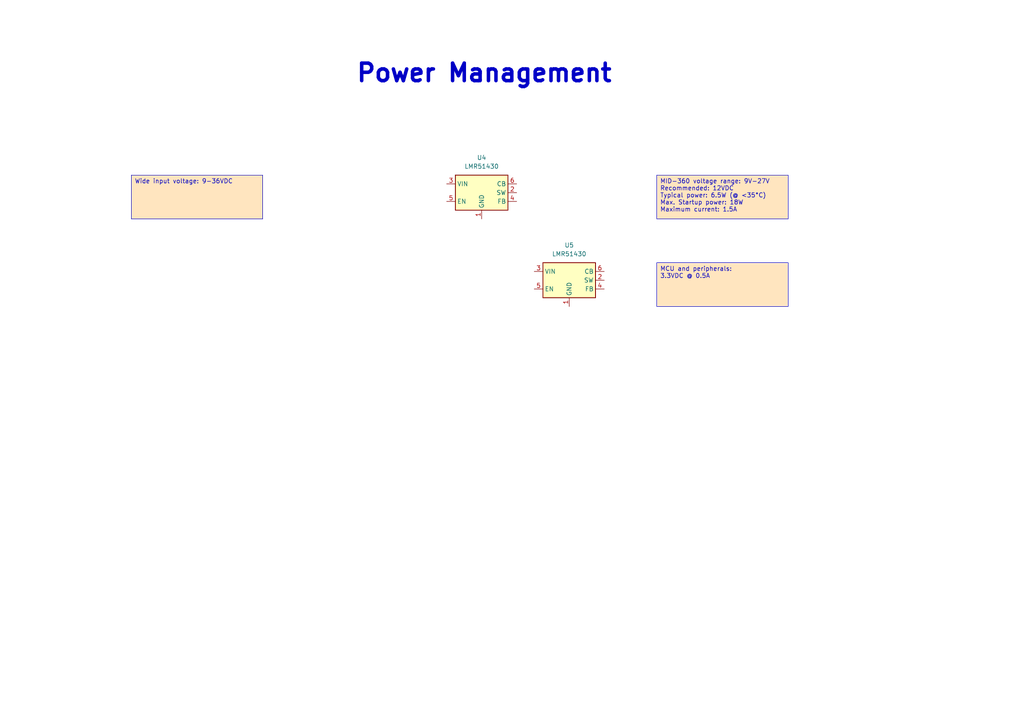
<source format=kicad_sch>
(kicad_sch (version 20250114) (generator "eeschema") (generator_version "9.0")
  (paper "A4")
  (title_block (title "LiDAR-CAN Interface") (date "2025-08-03") (rev "1") (company "Robot.com"))
  (lib_symbols
    (symbol "Regulator_Switching:LMR51430"
      (property "Reference" "U" (at -7.62 6.35 0))
      (property "Value" "LMR51430" (at 0 6.35 0))
      (symbol "LMR51430_0_1"
        (rectangle (start -7.62 5.08) (end 7.62 -5.08) (stroke (width 0.254)) (fill (type background)))
      )
      (symbol "LMR51430_1_1"
        (pin power_in line (at -10.16 2.54 0) (length 2.54) (name "VIN") (number "3"))
        (pin input line (at -10.16 -2.54 0) (length 2.54) (name "EN") (number "5"))
        (pin power_in line (at 0 -7.62 90) (length 2.54) (name "GND") (number "1"))
        (pin passive line (at 10.16 2.54 180) (length 2.54) (name "CB") (number "6"))
        (pin power_out line (at 10.16 0 180) (length 2.54) (name "SW") (number "2"))
        (pin input line (at 10.16 -2.54 180) (length 2.54) (name "FB") (number "4"))
      )
    )
  )
  (text "Power Management" (at 140.462 21.336 0) (effects (font (size 5.08 5.08) (thickness 1.016) (bold yes))))
  (text_box "Wide input voltage: 9-36VDC" (at 38.1 50.8 0) (size 38.1 12.7) (margins 0.9525 0.9525 0.9525 0.9525) (fill (type color) (color 255 229 191 1)) (effects (font (size 1.27 1.27)) (justify left top)))
  (text_box "MID-360 voltage range: 9V-27V\nRecommended: 12VDC\nTypical power: 6.5W (@ <35°C)\nMax. Startup power: 18W\nMaximum current: 1.5A" (at 190.5 50.8 0) (size 38.1 12.7) (margins 0.9525 0.9525 0.9525 0.9525) (fill (type color) (color 255 229 191 1)) (effects (font (size 1.27 1.27)) (justify left top)))
  (text_box "MCU and peripherals:\n3.3VDC @ 0.5A" (at 190.5 76.2 0) (size 38.1 12.7) (margins 0.9525 0.9525 0.9525 0.9525) (fill (type color) (color 255 229 191 1)) (effects (font (size 1.27 1.27)) (justify left top)))
  (symbol (lib_id "Regulator_Switching:LMR51430") (at 165.1 81.28 0) (unit 1)
    (property "Reference" "U5" (at 165.1 71.12 0))
    (property "Value" "LMR51430" (at 165.1 73.66 0))
    (property "Footprint" "Package_TO_SOT_SMD:SOT-23-6" (effects (hide yes)))
    (property "Datasheet" "https://www.ti.com/lit/ds/symlink/lmr51430.pdf" (effects (hide yes)))
    (property "Description" "4.5-V to 36-V, 3-A synchronous buck converter with 40-µA IQ, SOT-23-6" (effects (hide yes)))
    (property "Manufacturer" "Texas Instruments" (effects (hide yes)))
    (property "MPN" "LMR51430XDDCR" (effects (hide yes)))
  )
  (symbol (lib_id "Regulator_Switching:LMR51430") (at 139.7 55.88 0) (unit 1)
    (property "Reference" "U4" (at 139.7 45.72 0))
    (property "Value" "LMR51430" (at 139.7 48.26 0))
    (property "Footprint" "Package_TO_SOT_SMD:SOT-23-6" (effects (hide yes)))
    (property "Datasheet" "https://www.ti.com/lit/ds/symlink/lmr51430.pdf" (effects (hide yes)))
    (property "Description" "4.5-V to 36-V, 3-A synchronous buck converter with 40-µA IQ, SOT-23-6" (effects (hide yes)))
    (property "Manufacturer" "Texas Instruments" (effects (hide yes)))
    (property "MPN" "LMR51430XDDCR" (effects (hide yes)))
  )
)
</source>
